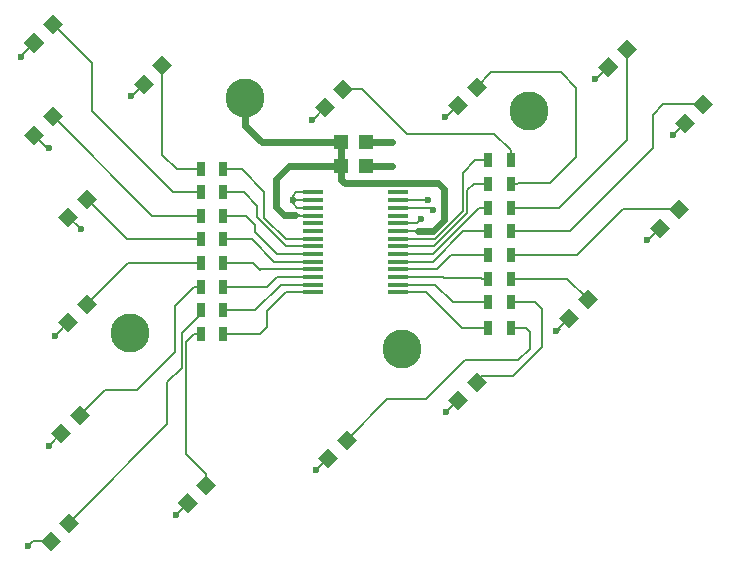
<source format=gtl>
G04 #@! TF.FileFunction,Copper,L1,Top,Signal*
%FSLAX46Y46*%
G04 Gerber Fmt 4.6, Leading zero omitted, Abs format (unit mm)*
G04 Created by KiCad (PCBNEW 4.0.7-e2-6376~61~ubuntu18.04.1) date Wed May 30 21:50:51 2018*
%MOMM*%
%LPD*%
G01*
G04 APERTURE LIST*
%ADD10C,0.100000*%
%ADD11C,3.300000*%
%ADD12R,1.750000X0.450000*%
%ADD13R,1.200000X1.200000*%
%ADD14R,0.700000X1.300000*%
%ADD15C,0.600000*%
%ADD16C,0.600000*%
%ADD17C,0.200000*%
G04 APERTURE END LIST*
D10*
D11*
X123150000Y-90400000D03*
X147200000Y-91500000D03*
X136450000Y-111650000D03*
X113350000Y-110300000D03*
D10*
G36*
X131727817Y-118473655D02*
X132576345Y-119322183D01*
X131727817Y-120170711D01*
X130879289Y-119322183D01*
X131727817Y-118473655D01*
X131727817Y-118473655D01*
G37*
G36*
X130172183Y-120029289D02*
X131020711Y-120877817D01*
X130172183Y-121726345D01*
X129323655Y-120877817D01*
X130172183Y-120029289D01*
X130172183Y-120029289D01*
G37*
G36*
X142727817Y-113573655D02*
X143576345Y-114422183D01*
X142727817Y-115270711D01*
X141879289Y-114422183D01*
X142727817Y-113573655D01*
X142727817Y-113573655D01*
G37*
G36*
X141172183Y-115129289D02*
X142020711Y-115977817D01*
X141172183Y-116826345D01*
X140323655Y-115977817D01*
X141172183Y-115129289D01*
X141172183Y-115129289D01*
G37*
G36*
X152127817Y-106573655D02*
X152976345Y-107422183D01*
X152127817Y-108270711D01*
X151279289Y-107422183D01*
X152127817Y-106573655D01*
X152127817Y-106573655D01*
G37*
G36*
X150572183Y-108129289D02*
X151420711Y-108977817D01*
X150572183Y-109826345D01*
X149723655Y-108977817D01*
X150572183Y-108129289D01*
X150572183Y-108129289D01*
G37*
G36*
X159850000Y-98951472D02*
X160698528Y-99800000D01*
X159850000Y-100648528D01*
X159001472Y-99800000D01*
X159850000Y-98951472D01*
X159850000Y-98951472D01*
G37*
G36*
X158294366Y-100507106D02*
X159142894Y-101355634D01*
X158294366Y-102204162D01*
X157445838Y-101355634D01*
X158294366Y-100507106D01*
X158294366Y-100507106D01*
G37*
G36*
X161927817Y-90073655D02*
X162776345Y-90922183D01*
X161927817Y-91770711D01*
X161079289Y-90922183D01*
X161927817Y-90073655D01*
X161927817Y-90073655D01*
G37*
G36*
X160372183Y-91629289D02*
X161220711Y-92477817D01*
X160372183Y-93326345D01*
X159523655Y-92477817D01*
X160372183Y-91629289D01*
X160372183Y-91629289D01*
G37*
G36*
X155450000Y-85351472D02*
X156298528Y-86200000D01*
X155450000Y-87048528D01*
X154601472Y-86200000D01*
X155450000Y-85351472D01*
X155450000Y-85351472D01*
G37*
G36*
X153894366Y-86907106D02*
X154742894Y-87755634D01*
X153894366Y-88604162D01*
X153045838Y-87755634D01*
X153894366Y-86907106D01*
X153894366Y-86907106D01*
G37*
G36*
X142727817Y-88573655D02*
X143576345Y-89422183D01*
X142727817Y-90270711D01*
X141879289Y-89422183D01*
X142727817Y-88573655D01*
X142727817Y-88573655D01*
G37*
G36*
X141172183Y-90129289D02*
X142020711Y-90977817D01*
X141172183Y-91826345D01*
X140323655Y-90977817D01*
X141172183Y-90129289D01*
X141172183Y-90129289D01*
G37*
G36*
X131427817Y-88773655D02*
X132276345Y-89622183D01*
X131427817Y-90470711D01*
X130579289Y-89622183D01*
X131427817Y-88773655D01*
X131427817Y-88773655D01*
G37*
G36*
X129872183Y-90329289D02*
X130720711Y-91177817D01*
X129872183Y-92026345D01*
X129023655Y-91177817D01*
X129872183Y-90329289D01*
X129872183Y-90329289D01*
G37*
G36*
X116127817Y-86773655D02*
X116976345Y-87622183D01*
X116127817Y-88470711D01*
X115279289Y-87622183D01*
X116127817Y-86773655D01*
X116127817Y-86773655D01*
G37*
G36*
X114572183Y-88329289D02*
X115420711Y-89177817D01*
X114572183Y-90026345D01*
X113723655Y-89177817D01*
X114572183Y-88329289D01*
X114572183Y-88329289D01*
G37*
G36*
X106827817Y-83273655D02*
X107676345Y-84122183D01*
X106827817Y-84970711D01*
X105979289Y-84122183D01*
X106827817Y-83273655D01*
X106827817Y-83273655D01*
G37*
G36*
X105272183Y-84829289D02*
X106120711Y-85677817D01*
X105272183Y-86526345D01*
X104423655Y-85677817D01*
X105272183Y-84829289D01*
X105272183Y-84829289D01*
G37*
G36*
X106827817Y-91073655D02*
X107676345Y-91922183D01*
X106827817Y-92770711D01*
X105979289Y-91922183D01*
X106827817Y-91073655D01*
X106827817Y-91073655D01*
G37*
G36*
X105272183Y-92629289D02*
X106120711Y-93477817D01*
X105272183Y-94326345D01*
X104423655Y-93477817D01*
X105272183Y-92629289D01*
X105272183Y-92629289D01*
G37*
G36*
X109727817Y-98073655D02*
X110576345Y-98922183D01*
X109727817Y-99770711D01*
X108879289Y-98922183D01*
X109727817Y-98073655D01*
X109727817Y-98073655D01*
G37*
G36*
X108172183Y-99629289D02*
X109020711Y-100477817D01*
X108172183Y-101326345D01*
X107323655Y-100477817D01*
X108172183Y-99629289D01*
X108172183Y-99629289D01*
G37*
G36*
X109727817Y-106973655D02*
X110576345Y-107822183D01*
X109727817Y-108670711D01*
X108879289Y-107822183D01*
X109727817Y-106973655D01*
X109727817Y-106973655D01*
G37*
G36*
X108172183Y-108529289D02*
X109020711Y-109377817D01*
X108172183Y-110226345D01*
X107323655Y-109377817D01*
X108172183Y-108529289D01*
X108172183Y-108529289D01*
G37*
G36*
X109127817Y-116373655D02*
X109976345Y-117222183D01*
X109127817Y-118070711D01*
X108279289Y-117222183D01*
X109127817Y-116373655D01*
X109127817Y-116373655D01*
G37*
G36*
X107572183Y-117929289D02*
X108420711Y-118777817D01*
X107572183Y-119626345D01*
X106723655Y-118777817D01*
X107572183Y-117929289D01*
X107572183Y-117929289D01*
G37*
G36*
X108227817Y-125473655D02*
X109076345Y-126322183D01*
X108227817Y-127170711D01*
X107379289Y-126322183D01*
X108227817Y-125473655D01*
X108227817Y-125473655D01*
G37*
G36*
X106672183Y-127029289D02*
X107520711Y-127877817D01*
X106672183Y-128726345D01*
X105823655Y-127877817D01*
X106672183Y-127029289D01*
X106672183Y-127029289D01*
G37*
G36*
X119805634Y-122295838D02*
X120654162Y-123144366D01*
X119805634Y-123992894D01*
X118957106Y-123144366D01*
X119805634Y-122295838D01*
X119805634Y-122295838D01*
G37*
G36*
X118250000Y-123851472D02*
X119098528Y-124700000D01*
X118250000Y-125548528D01*
X117401472Y-124700000D01*
X118250000Y-123851472D01*
X118250000Y-123851472D01*
G37*
D12*
X136050000Y-106825000D03*
X136050000Y-106175000D03*
X136050000Y-105525000D03*
X136050000Y-104875000D03*
X136050000Y-104225000D03*
X136050000Y-103575000D03*
X136050000Y-102925000D03*
X136050000Y-102275000D03*
X136050000Y-101625000D03*
X136050000Y-100975000D03*
X136050000Y-100325000D03*
X136050000Y-99675000D03*
X136050000Y-99025000D03*
X136050000Y-98375000D03*
X128850000Y-98375000D03*
X128850000Y-99025000D03*
X128850000Y-99675000D03*
X128850000Y-100325000D03*
X128850000Y-100975000D03*
X128850000Y-101625000D03*
X128850000Y-102275000D03*
X128850000Y-102925000D03*
X128850000Y-103575000D03*
X128850000Y-104225000D03*
X128850000Y-104875000D03*
X128850000Y-105525000D03*
X128850000Y-106175000D03*
X128850000Y-106825000D03*
D13*
X133381650Y-96098721D03*
X131281650Y-96098721D03*
X133381647Y-94098724D03*
X131281647Y-94098724D03*
D14*
X121272320Y-110351244D03*
X119372320Y-110351244D03*
X121272321Y-108351242D03*
X119372321Y-108351242D03*
X121272319Y-106351242D03*
X119372319Y-106351242D03*
X121272320Y-104351244D03*
X119372320Y-104351244D03*
X121272320Y-102351244D03*
X119372320Y-102351244D03*
X121272320Y-100351244D03*
X119372320Y-100351244D03*
X121272319Y-98351245D03*
X119372319Y-98351245D03*
X121272320Y-96419593D03*
X119372320Y-96419593D03*
X143700763Y-95661338D03*
X145600763Y-95661338D03*
X143700765Y-97661336D03*
X145600765Y-97661336D03*
X143700768Y-99661336D03*
X145600768Y-99661336D03*
X143700763Y-101661340D03*
X145600763Y-101661340D03*
X143700766Y-103661336D03*
X145600766Y-103661336D03*
X143700765Y-105661340D03*
X145600765Y-105661340D03*
X143700764Y-107661343D03*
X145600764Y-107661343D03*
X143700761Y-109838681D03*
X145600761Y-109838681D03*
D15*
X104750000Y-128300000D03*
X138050006Y-100600000D03*
X107049998Y-110500000D03*
X109250000Y-101500000D03*
X104150000Y-86900000D03*
X106550000Y-94600000D03*
X113450000Y-90200000D03*
X128750000Y-92200000D03*
X152750000Y-88800000D03*
X140050000Y-92000000D03*
X159350000Y-93500004D03*
X157150000Y-102400000D03*
X149450000Y-110100000D03*
X140150004Y-117000000D03*
X106550000Y-119800000D03*
X129150000Y-121900000D03*
X117250000Y-125699996D03*
X127150000Y-99000000D03*
X135550000Y-96100000D03*
X135550000Y-94100000D03*
X138650000Y-99000000D03*
X139050000Y-99900000D03*
D16*
X131281650Y-96098721D02*
X131281650Y-97298721D01*
X131582929Y-97600000D02*
X139450000Y-97600000D01*
X139950000Y-98100000D02*
X139950000Y-100700000D01*
X131281650Y-97298721D02*
X131582929Y-97600000D01*
X139450000Y-97600000D02*
X139950000Y-98100000D01*
X139950000Y-100700000D02*
X139050000Y-101600000D01*
X139050000Y-101600000D02*
X137750000Y-101600000D01*
X127350000Y-100300000D02*
X126450000Y-100300000D01*
X125750000Y-97200000D02*
X126851279Y-96098721D01*
X126450000Y-100300000D02*
X125750000Y-99600000D01*
X125750000Y-99600000D02*
X125750000Y-97200000D01*
X126851279Y-96098721D02*
X131281650Y-96098721D01*
X124516548Y-94100000D02*
X125250000Y-94100000D01*
X125250000Y-94100000D02*
X125251276Y-94098724D01*
X123150000Y-90400000D02*
X123150000Y-92733452D01*
X123150000Y-92733452D02*
X124516548Y-94100000D01*
X131281647Y-94098724D02*
X125251276Y-94098724D01*
X131281650Y-96098721D02*
X131281650Y-94098727D01*
X131281650Y-94098727D02*
X131281647Y-94098724D01*
D17*
X136050000Y-101625000D02*
X137125000Y-101625000D01*
X137125000Y-101625000D02*
X137150000Y-101600000D01*
X137150000Y-101600000D02*
X137750000Y-101600000D01*
X127750000Y-100300000D02*
X127350000Y-100300000D01*
X128850000Y-100325000D02*
X127775000Y-100325000D01*
X127775000Y-100325000D02*
X127750000Y-100300000D01*
X105049999Y-128000001D02*
X104750000Y-128300000D01*
X105172183Y-127877817D02*
X105049999Y-128000001D01*
X106672183Y-127877817D02*
X105172183Y-127877817D01*
D16*
X133381650Y-96098721D02*
X135548721Y-96098721D01*
X135548721Y-96098721D02*
X135550000Y-96100000D01*
D17*
X137750007Y-100899999D02*
X138050006Y-100600000D01*
X137675006Y-100975000D02*
X137750007Y-100899999D01*
X136050000Y-100975000D02*
X137675006Y-100975000D01*
X107349997Y-110200001D02*
X107049998Y-110500000D01*
X108172183Y-109377817D02*
X107349997Y-110200001D01*
X109194366Y-101500000D02*
X109250000Y-101500000D01*
X108172183Y-100477817D02*
X109194366Y-101500000D01*
X104150000Y-86800000D02*
X104150000Y-86900000D01*
X105272183Y-85677817D02*
X104150000Y-86800000D01*
X106394366Y-94600000D02*
X106550000Y-94600000D01*
X105272183Y-93477817D02*
X106394366Y-94600000D01*
X113550000Y-90200000D02*
X113450000Y-90200000D01*
X114572183Y-89177817D02*
X113550000Y-90200000D01*
X128850000Y-92200000D02*
X128750000Y-92200000D01*
X129872183Y-91177817D02*
X128850000Y-92200000D01*
X152850000Y-88800000D02*
X152750000Y-88800000D01*
X153894366Y-87755634D02*
X152850000Y-88800000D01*
X140150000Y-92000000D02*
X140050000Y-92000000D01*
X141172183Y-90977817D02*
X140150000Y-92000000D01*
X159350000Y-93500000D02*
X159350000Y-93500004D01*
X160372183Y-92477817D02*
X159350000Y-93500000D01*
X157250000Y-102400000D02*
X157150000Y-102400000D01*
X158294366Y-101355634D02*
X157250000Y-102400000D01*
X149550000Y-110100000D02*
X149450000Y-110100000D01*
X149750000Y-109900000D02*
X149550000Y-110100000D01*
X150572183Y-108977817D02*
X149450000Y-110100000D01*
X141172183Y-115977817D02*
X140150004Y-116999996D01*
X140150004Y-116999996D02*
X140150004Y-117000000D01*
X107572183Y-118777817D02*
X106550000Y-119800000D01*
X130172183Y-120877817D02*
X129150000Y-121900000D01*
X117250004Y-125699996D02*
X117250000Y-125699996D01*
X118250000Y-124700000D02*
X117250004Y-125699996D01*
X128850000Y-99675000D02*
X127525000Y-99675000D01*
X127525000Y-99675000D02*
X127150000Y-99300000D01*
X127150000Y-99300000D02*
X127150000Y-99000000D01*
X128850000Y-98375000D02*
X127475000Y-98375000D01*
X127475000Y-98375000D02*
X127150000Y-98700000D01*
X127150000Y-98700000D02*
X127150000Y-99000000D01*
X128850000Y-99025000D02*
X127175000Y-99025000D01*
X127175000Y-99025000D02*
X127150000Y-99000000D01*
D16*
X133381647Y-94098724D02*
X135548724Y-94098724D01*
X135548724Y-94098724D02*
X135550000Y-94100000D01*
D17*
X138625000Y-99025000D02*
X138650000Y-99000000D01*
X136050000Y-99025000D02*
X138625000Y-99025000D01*
X138825000Y-99675000D02*
X139050000Y-99900000D01*
X136050000Y-99675000D02*
X138825000Y-99675000D01*
X143700761Y-109838681D02*
X141488681Y-109838681D01*
X141488681Y-109838681D02*
X138450000Y-106800000D01*
X138450000Y-106800000D02*
X137150000Y-106800000D01*
X137150000Y-106800000D02*
X137125000Y-106825000D01*
X137125000Y-106825000D02*
X136050000Y-106825000D01*
X138450000Y-115900000D02*
X135150000Y-115900000D01*
X135150000Y-115900000D02*
X131727817Y-119322183D01*
X141750000Y-112600000D02*
X138450000Y-115900000D01*
X146250000Y-112600000D02*
X141750000Y-112600000D01*
X147250000Y-111600000D02*
X146250000Y-112600000D01*
X147250000Y-110200000D02*
X147250000Y-111600000D01*
X146888681Y-109838681D02*
X147250000Y-110200000D01*
X145600761Y-109838681D02*
X146888681Y-109838681D01*
X142727817Y-114422183D02*
X143222791Y-113927209D01*
X143222791Y-113927209D02*
X145822791Y-113927209D01*
X145822791Y-113927209D02*
X148250000Y-111500000D01*
X148250000Y-111500000D02*
X148250000Y-108200000D01*
X148250000Y-108200000D02*
X147711343Y-107661343D01*
X147711343Y-107661343D02*
X145600764Y-107661343D01*
X145600765Y-105661340D02*
X150366974Y-105661340D01*
X150366974Y-105661340D02*
X152127817Y-107422183D01*
X151250000Y-103700000D02*
X155150000Y-99800000D01*
X155150000Y-99800000D02*
X159850000Y-99800000D01*
X146189430Y-103700000D02*
X151250000Y-103700000D01*
X145600766Y-103661336D02*
X146150766Y-103661336D01*
X146150766Y-103661336D02*
X146189430Y-103700000D01*
X157650000Y-91800000D02*
X158527817Y-90922183D01*
X158527817Y-90922183D02*
X161927817Y-90922183D01*
X157650000Y-94600000D02*
X157650000Y-91800000D01*
X150650000Y-101600000D02*
X157650000Y-94600000D01*
X146212103Y-101600000D02*
X150650000Y-101600000D01*
X145600763Y-101661340D02*
X146150763Y-101661340D01*
X146150763Y-101661340D02*
X146212103Y-101600000D01*
X149688664Y-99661336D02*
X155450000Y-93900000D01*
X155450000Y-93900000D02*
X155450000Y-86200000D01*
X145600768Y-99661336D02*
X149688664Y-99661336D01*
X149850000Y-88200000D02*
X143950000Y-88200000D01*
X143950000Y-88200000D02*
X142727817Y-89422183D01*
X151150000Y-89500000D02*
X149850000Y-88200000D01*
X151150000Y-95400000D02*
X151150000Y-89500000D01*
X148950000Y-97600000D02*
X151150000Y-95400000D01*
X146212101Y-97600000D02*
X148950000Y-97600000D01*
X145600765Y-97661336D02*
X146150765Y-97661336D01*
X146150765Y-97661336D02*
X146212101Y-97600000D01*
X133050000Y-89600000D02*
X133027817Y-89622183D01*
X133027817Y-89622183D02*
X131427817Y-89622183D01*
X136850000Y-93400000D02*
X133050000Y-89600000D01*
X144189425Y-93400000D02*
X136850000Y-93400000D01*
X145600763Y-95661338D02*
X145600763Y-94811338D01*
X145600763Y-94811338D02*
X144189425Y-93400000D01*
X119372320Y-96419593D02*
X118822320Y-96419593D01*
X118822320Y-96419593D02*
X118802727Y-96400000D01*
X118802727Y-96400000D02*
X117350000Y-96400000D01*
X117350000Y-96400000D02*
X116127817Y-95177817D01*
X116127817Y-95177817D02*
X116127817Y-87622183D01*
X110150000Y-91500000D02*
X110150000Y-87444366D01*
X110150000Y-87444366D02*
X106827817Y-84122183D01*
X117001245Y-98351245D02*
X110150000Y-91500000D01*
X119372319Y-98351245D02*
X117001245Y-98351245D01*
X119372320Y-100351244D02*
X115256878Y-100351244D01*
X115256878Y-100351244D02*
X106827817Y-91922183D01*
X119372320Y-102351244D02*
X113156878Y-102351244D01*
X113156878Y-102351244D02*
X109727817Y-98922183D01*
X119372320Y-104351244D02*
X113198756Y-104351244D01*
X113198756Y-104351244D02*
X109727817Y-107822183D01*
X113950000Y-115100000D02*
X111250000Y-115100000D01*
X111250000Y-115100000D02*
X109127817Y-117222183D01*
X117150000Y-111900000D02*
X113950000Y-115100000D01*
X117150000Y-108023561D02*
X117150000Y-111900000D01*
X119372319Y-106351242D02*
X118822319Y-106351242D01*
X118822319Y-106351242D02*
X117150000Y-108023561D01*
X119372321Y-108351242D02*
X119372321Y-108651242D01*
X119372321Y-108651242D02*
X117749989Y-110273574D01*
X117749989Y-113200011D02*
X116550000Y-114400000D01*
X117749989Y-110273574D02*
X117749989Y-113200011D01*
X116550000Y-114400000D02*
X116550000Y-118000000D01*
X116550000Y-118000000D02*
X108722791Y-125827209D01*
X108722791Y-125827209D02*
X108227817Y-126322183D01*
X118150000Y-111000000D02*
X118798756Y-110351244D01*
X118798756Y-110351244D02*
X119372320Y-110351244D01*
X118150000Y-120540204D02*
X118150000Y-111000000D01*
X119805634Y-123144366D02*
X119805634Y-122195838D01*
X119805634Y-122195838D02*
X118150000Y-120540204D01*
X140588664Y-103661336D02*
X143050000Y-103661336D01*
X143050000Y-103661336D02*
X143300766Y-103661336D01*
X143700766Y-103661336D02*
X143050000Y-103661336D01*
X139375000Y-104875000D02*
X140588664Y-103661336D01*
X136050000Y-104875000D02*
X139375000Y-104875000D01*
X136050000Y-102275000D02*
X139223543Y-102275000D01*
X139223543Y-102275000D02*
X141550000Y-99948543D01*
X141550000Y-99948543D02*
X141550000Y-96700000D01*
X141550000Y-96700000D02*
X142588662Y-95661338D01*
X142588662Y-95661338D02*
X143150000Y-95661338D01*
X143150000Y-95661338D02*
X143300763Y-95661338D01*
X143700763Y-95661338D02*
X143150000Y-95661338D01*
X121272320Y-96419593D02*
X122869593Y-96419593D01*
X127775000Y-102275000D02*
X128850000Y-102275000D01*
X122869593Y-96419593D02*
X124750000Y-98300000D01*
X124750000Y-98300000D02*
X124750000Y-100500000D01*
X124750000Y-100500000D02*
X126550000Y-102300000D01*
X126550000Y-102300000D02*
X127750000Y-102300000D01*
X127750000Y-102300000D02*
X127775000Y-102275000D01*
X128850000Y-103575000D02*
X125825000Y-103575000D01*
X125825000Y-103575000D02*
X123950000Y-101700000D01*
X123950000Y-101700000D02*
X123950000Y-101100000D01*
X123950000Y-101100000D02*
X123201244Y-100351244D01*
X123201244Y-100351244D02*
X121850000Y-100351244D01*
X121850000Y-100351244D02*
X121672320Y-100351244D01*
X121272320Y-100351244D02*
X121850000Y-100351244D01*
X121672320Y-104351244D02*
X121272320Y-104351244D01*
X121672320Y-104351244D02*
X123801244Y-104351244D01*
X123801244Y-104351244D02*
X124350000Y-104900000D01*
X124350000Y-104900000D02*
X124375000Y-104875000D01*
X124375000Y-104875000D02*
X128850000Y-104875000D01*
X121272321Y-108351242D02*
X123998758Y-108351242D01*
X123998758Y-108351242D02*
X126175000Y-106175000D01*
X126175000Y-106175000D02*
X128850000Y-106175000D01*
X121850000Y-110351244D02*
X121672320Y-110351244D01*
X124398756Y-110351244D02*
X121850000Y-110351244D01*
X121850000Y-110351244D02*
X121272320Y-110351244D01*
X124950000Y-109800000D02*
X124398756Y-110351244D01*
X124950000Y-108400000D02*
X124950000Y-109800000D01*
X126550000Y-106800000D02*
X124950000Y-108400000D01*
X127750000Y-106800000D02*
X126550000Y-106800000D01*
X128850000Y-106825000D02*
X127775000Y-106825000D01*
X127775000Y-106825000D02*
X127750000Y-106800000D01*
X143700765Y-105661340D02*
X143150765Y-105661340D01*
X143150765Y-105661340D02*
X143089425Y-105600000D01*
X139950000Y-105600000D02*
X139850000Y-105500000D01*
X139850000Y-105500000D02*
X139825000Y-105525000D01*
X143089425Y-105600000D02*
X139950000Y-105600000D01*
X139825000Y-105525000D02*
X136050000Y-105525000D01*
X136050000Y-105525000D02*
X136125000Y-105600000D01*
X142968607Y-99661336D02*
X143050000Y-99661336D01*
X139054943Y-103575000D02*
X142968607Y-99661336D01*
X136050000Y-103575000D02*
X139054943Y-103575000D01*
X143050000Y-99661336D02*
X143300768Y-99661336D01*
X143700768Y-99661336D02*
X143050000Y-99661336D01*
X136050000Y-102925000D02*
X139139243Y-102925000D01*
X139139243Y-102925000D02*
X141950011Y-100114232D01*
X141950011Y-100114232D02*
X141950011Y-98199989D01*
X141950011Y-98199989D02*
X142488664Y-97661336D01*
X142488664Y-97661336D02*
X143150000Y-97661336D01*
X143150000Y-97661336D02*
X143300765Y-97661336D01*
X143150765Y-97661336D02*
X143150000Y-97661336D01*
X143700765Y-97661336D02*
X143150765Y-97661336D01*
X128850000Y-102925000D02*
X126609300Y-102925000D01*
X126609300Y-102925000D02*
X124150000Y-100465700D01*
X124150000Y-100465700D02*
X124150000Y-99500000D01*
X123001245Y-98351245D02*
X121850000Y-98351245D01*
X124150000Y-99500000D02*
X123001245Y-98351245D01*
X121850000Y-98351245D02*
X121672319Y-98351245D01*
X121272319Y-98351245D02*
X121850000Y-98351245D01*
X121272320Y-102351244D02*
X123701244Y-102351244D01*
X123701244Y-102351244D02*
X125575000Y-104225000D01*
X125575000Y-104225000D02*
X128850000Y-104225000D01*
X121672319Y-106351242D02*
X121272319Y-106351242D01*
X125825000Y-105525000D02*
X124998758Y-106351242D01*
X124998758Y-106351242D02*
X121672319Y-106351242D01*
X128850000Y-105525000D02*
X125825000Y-105525000D01*
X143700764Y-107661343D02*
X140711343Y-107661343D01*
X140711343Y-107661343D02*
X139225000Y-106175000D01*
X139225000Y-106175000D02*
X136050000Y-106175000D01*
X141588660Y-101661340D02*
X143050000Y-101661340D01*
X143050000Y-101661340D02*
X143300763Y-101661340D01*
X143700763Y-101661340D02*
X143050000Y-101661340D01*
X139025000Y-104225000D02*
X141588660Y-101661340D01*
X136050000Y-104225000D02*
X139025000Y-104225000D01*
M02*

</source>
